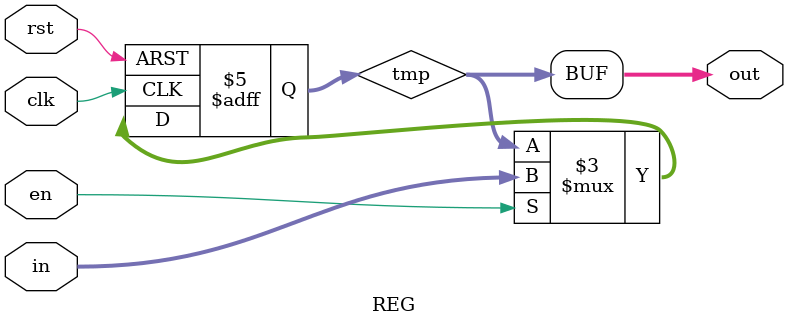
<source format=v>
`timescale 1ns / 1ps


module REG(
    input [7:0] in,
    input en,rst,clk,
    output [7:0]out
    );
    reg [7:0]tmp;
    always @ (posedge clk or posedge rst)
    begin
        if (rst)
            tmp=8'b00000000;
        else
        begin
            if (en)
            begin
                tmp=in;
            end
            else
            begin
                tmp=tmp;
            end
        end
    end
    assign out=tmp;
endmodule

</source>
